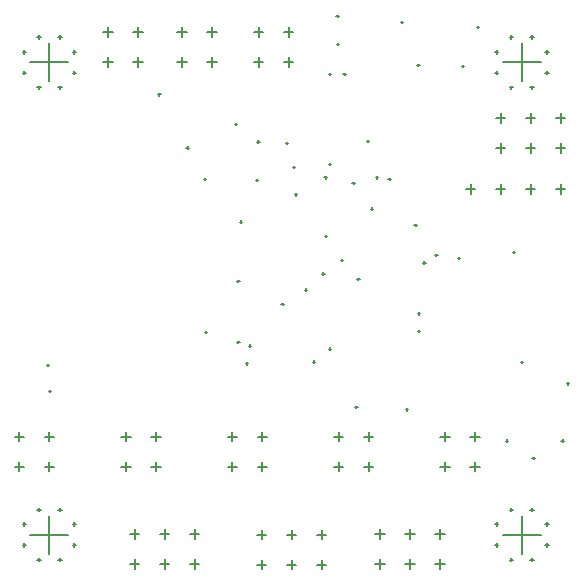
<source format=gbr>
%TF.GenerationSoftware,Altium Limited,Altium Designer,21.5.1 (32)*%
G04 Layer_Color=128*
%FSLAX45Y45*%
%MOMM*%
%TF.SameCoordinates,06A15EC1-A366-40CD-93CB-9F33A424241D*%
%TF.FilePolarity,Positive*%
%TF.FileFunction,Drillmap*%
%TF.Part,Single*%
G01*
G75*
%TA.AperFunction,NonConductor*%
%ADD55C,0.12700*%
D55*
X3056000Y5804000D02*
X3136000D01*
X3096000Y5764000D02*
Y5844000D01*
X3310000Y5804000D02*
X3390000D01*
X3350000Y5764000D02*
Y5844000D01*
X3310000Y5550000D02*
X3390000D01*
X3350000Y5510000D02*
Y5590000D01*
X3056000Y5550000D02*
X3136000D01*
X3096000Y5510000D02*
Y5590000D01*
X5909999Y2125000D02*
X5989999D01*
X5949999Y2085000D02*
Y2165000D01*
X5909999Y2379000D02*
X5989999D01*
X5949999Y2339000D02*
Y2419000D01*
X6163999Y2379000D02*
X6243999D01*
X6203999Y2339000D02*
Y2419000D01*
X6163999Y2125000D02*
X6243999D01*
X6203999Y2085000D02*
Y2165000D01*
X3681000Y5804000D02*
X3761000D01*
X3721000Y5764000D02*
Y5844000D01*
X3935000Y5804000D02*
X4015000D01*
X3975000Y5764000D02*
Y5844000D01*
X3935000Y5550000D02*
X4015000D01*
X3975000Y5510000D02*
Y5590000D01*
X3681000Y5550000D02*
X3761000D01*
X3721000Y5510000D02*
Y5590000D01*
X4331000Y5804000D02*
X4411000D01*
X4371000Y5764000D02*
Y5844000D01*
X4585000Y5804000D02*
X4665000D01*
X4625000Y5764000D02*
Y5844000D01*
X4585000Y5550000D02*
X4665000D01*
X4625000Y5510000D02*
Y5590000D01*
X4331000Y5550000D02*
X4411000D01*
X4371000Y5510000D02*
Y5590000D01*
X3209999Y2125000D02*
X3289999D01*
X3249999Y2085000D02*
Y2165000D01*
X3209999Y2379000D02*
X3289999D01*
X3249999Y2339000D02*
Y2419000D01*
X3463999Y2379000D02*
X3543999D01*
X3503999Y2339000D02*
Y2419000D01*
X3463999Y2125000D02*
X3543999D01*
X3503999Y2085000D02*
Y2165000D01*
X2306000Y2125000D02*
X2386000D01*
X2346000Y2085000D02*
Y2165000D01*
X2306000Y2379000D02*
X2386000D01*
X2346000Y2339000D02*
Y2419000D01*
X2560000Y2379000D02*
X2640000D01*
X2600000Y2339000D02*
Y2419000D01*
X2560000Y2125000D02*
X2640000D01*
X2600000Y2085000D02*
Y2165000D01*
X5009999Y2125000D02*
X5089999D01*
X5049999Y2085000D02*
Y2165000D01*
X5009999Y2379000D02*
X5089999D01*
X5049999Y2339000D02*
Y2419000D01*
X5263999Y2379000D02*
X5343999D01*
X5303999Y2339000D02*
Y2419000D01*
X5263999Y2125000D02*
X5343999D01*
X5303999Y2085000D02*
Y2165000D01*
X4109999Y2125000D02*
X4189999D01*
X4149999Y2085000D02*
Y2165000D01*
X4109999Y2379000D02*
X4189999D01*
X4149999Y2339000D02*
Y2419000D01*
X4363999Y2379000D02*
X4443999D01*
X4403999Y2339000D02*
Y2419000D01*
X4363999Y2125000D02*
X4443999D01*
X4403999Y2085000D02*
Y2165000D01*
X6635000Y5078999D02*
X6715000D01*
X6675000Y5038999D02*
Y5118999D01*
X6889000Y5078999D02*
X6969000D01*
X6929000Y5038999D02*
Y5118999D01*
X6889000Y4824999D02*
X6969000D01*
X6929000Y4784999D02*
Y4864999D01*
X6635000Y4824999D02*
X6715000D01*
X6675000Y4784999D02*
Y4864999D01*
X6381000Y5078999D02*
X6461000D01*
X6421000Y5038999D02*
Y5118999D01*
X6381000Y4824999D02*
X6461000D01*
X6421000Y4784999D02*
Y4864999D01*
X5614000Y1554000D02*
X5694000D01*
X5654000Y1514000D02*
Y1594000D01*
X5868000Y1554000D02*
X5948000D01*
X5908000Y1514000D02*
Y1594000D01*
X5868000Y1300000D02*
X5948000D01*
X5908000Y1260000D02*
Y1340000D01*
X5614000Y1300000D02*
X5694000D01*
X5654000Y1260000D02*
Y1340000D01*
X5360000Y1554000D02*
X5440000D01*
X5400000Y1514000D02*
Y1594000D01*
X5360000Y1300000D02*
X5440000D01*
X5400000Y1260000D02*
Y1340000D01*
X4610000Y1550000D02*
X4690000D01*
X4650000Y1510000D02*
Y1590000D01*
X4864000Y1550000D02*
X4944000D01*
X4904000Y1510000D02*
Y1590000D01*
X4864000Y1296000D02*
X4944000D01*
X4904000Y1256000D02*
Y1336000D01*
X4610000Y1296000D02*
X4690000D01*
X4650000Y1256000D02*
Y1336000D01*
X4356000Y1550000D02*
X4436000D01*
X4396000Y1510000D02*
Y1590000D01*
X4356000Y1296000D02*
X4436000D01*
X4396000Y1256000D02*
Y1336000D01*
X3535000Y1554000D02*
X3615000D01*
X3575000Y1514000D02*
Y1594000D01*
X3789000Y1554000D02*
X3869000D01*
X3829000Y1514000D02*
Y1594000D01*
X3789000Y1300000D02*
X3869000D01*
X3829000Y1260000D02*
Y1340000D01*
X3535000Y1300000D02*
X3615000D01*
X3575000Y1260000D02*
Y1340000D01*
X3281000Y1554000D02*
X3361000D01*
X3321000Y1514000D02*
Y1594000D01*
X3281000Y1300000D02*
X3361000D01*
X3321000Y1260000D02*
Y1340000D01*
X6889000Y4475000D02*
X6969000D01*
X6929000Y4435000D02*
Y4515000D01*
X6635000Y4475000D02*
X6715000D01*
X6675000Y4435000D02*
Y4515000D01*
X6381000Y4475000D02*
X6461000D01*
X6421000Y4435000D02*
Y4515000D01*
X6127000Y4475000D02*
X6207000D01*
X6167000Y4435000D02*
Y4515000D01*
X2440000Y1550000D02*
X2760000D01*
X2600000Y1390000D02*
Y1710000D01*
X6440000Y1550000D02*
X6760000D01*
X6600000Y1390000D02*
Y1710000D01*
X2440000Y5550000D02*
X2760000D01*
X2600000Y5390000D02*
Y5710000D01*
X6440000Y5550000D02*
X6760000D01*
X6600000Y5390000D02*
Y5710000D01*
X2593500Y2768600D02*
X2613500D01*
X2603500Y2758600D02*
Y2778600D01*
X2580800Y2984500D02*
X2600800D01*
X2590800Y2974500D02*
Y2994500D01*
X5578000Y5892800D02*
X5598000D01*
X5588000Y5882800D02*
Y5902800D01*
X5031900Y5702300D02*
X5051900D01*
X5041900Y5692300D02*
Y5712300D01*
X4600100Y4864100D02*
X4620100D01*
X4610100Y4854100D02*
Y4874100D01*
X4356300Y4876800D02*
X4381300D01*
X4368800Y4864300D02*
Y4889300D01*
X3759400Y4826000D02*
X3784400D01*
X3771900Y4813500D02*
Y4838500D01*
X4968400Y4686300D02*
X4988400D01*
X4978400Y4676300D02*
Y4696300D01*
X4168300Y5029200D02*
X4188300D01*
X4178300Y5019200D02*
Y5039200D01*
X5867560Y3919220D02*
X5887560D01*
X5877560Y3909220D02*
Y3929220D01*
X5030000Y5940000D02*
X5050000D01*
X5040000Y5930000D02*
Y5950000D01*
X4210000Y4200000D02*
X4230000D01*
X4220000Y4190000D02*
Y4210000D01*
X3910000Y4560000D02*
X3930000D01*
X3920000Y4550000D02*
Y4570000D01*
X4350000Y4550000D02*
X4370000D01*
X4360000Y4540000D02*
Y4560000D01*
X4190000Y3180000D02*
X4210000D01*
X4200000Y3170000D02*
Y3190000D01*
X4190000Y3700000D02*
X4210000D01*
X4200000Y3690000D02*
Y3710000D01*
X5690000Y4170000D02*
X5710000D01*
X5700000Y4160000D02*
Y4180000D01*
X5365000Y4575000D02*
X5385000D01*
X5375000Y4565000D02*
Y4585000D01*
X5470000Y4560000D02*
X5490000D01*
X5480000Y4550000D02*
Y4570000D01*
X5322501Y4310000D02*
X5342501D01*
X5332501Y4300000D02*
Y4320000D01*
X4680000Y4430000D02*
X4700000D01*
X4690000Y4420000D02*
Y4440000D01*
X6590000Y3010000D02*
X6610000D01*
X6600000Y3000000D02*
Y3020000D01*
X3517500Y5280000D02*
X3542500D01*
X3530000Y5267500D02*
Y5292500D01*
X4290000Y3150000D02*
X4310000D01*
X4300000Y3140000D02*
Y3160000D01*
X6980000Y2830000D02*
X7000000D01*
X6990000Y2820000D02*
Y2840000D01*
X6090000Y5520000D02*
X6110000D01*
X6100000Y5510000D02*
Y5530000D01*
X5290000Y4880000D02*
X5310000D01*
X5300000Y4870000D02*
Y4890000D01*
X4930000Y4080000D02*
X4950000D01*
X4940000Y4070000D02*
Y4090000D01*
X4910000Y3760000D02*
X4930000D01*
X4920000Y3750000D02*
Y3770000D01*
X6220000Y5850000D02*
X6240000D01*
X6230000Y5840000D02*
Y5860000D01*
X6060000Y3890000D02*
X6080000D01*
X6070000Y3880000D02*
Y3900000D01*
X5717100Y3272900D02*
X5737100D01*
X5727100Y3262900D02*
Y3282900D01*
X5717100Y3422900D02*
X5737100D01*
X5727100Y3412900D02*
Y3432900D01*
X6935500Y2345500D02*
X6955500D01*
X6945500Y2335500D02*
Y2355500D01*
X6465500Y2345500D02*
X6485500D01*
X6475500Y2335500D02*
Y2355500D01*
X6690000Y2200000D02*
X6710000D01*
X6700000Y2190000D02*
Y2210000D01*
X6525000Y3945000D02*
X6545000D01*
X6535000Y3935000D02*
Y3955000D01*
X5620000Y2610000D02*
X5640000D01*
X5630000Y2600000D02*
Y2620000D01*
X3915002Y3265002D02*
X3935002D01*
X3925002Y3255002D02*
Y3275002D01*
X4660000Y4664998D02*
X4680000D01*
X4670000Y4654998D02*
Y4674998D01*
X5190000Y2630000D02*
X5210000D01*
X5200000Y2620000D02*
Y2640000D01*
X4965000Y5450000D02*
X4985000D01*
X4975000Y5440000D02*
Y5460000D01*
X4965000Y3125000D02*
X4985000D01*
X4975000Y3115000D02*
Y3135000D01*
X4265000Y3000000D02*
X4285000D01*
X4275000Y2990000D02*
Y3010000D01*
X4832285Y3014414D02*
X4852285D01*
X4842285Y3004414D02*
Y3024414D01*
X5205868Y3715868D02*
X5225868D01*
X5215868Y3705868D02*
Y3725868D01*
X5765000Y3852900D02*
X5785000D01*
X5775000Y3842900D02*
Y3862900D01*
X5165001Y4524999D02*
X5185001D01*
X5175001Y4514999D02*
Y4534999D01*
X4927901Y4575000D02*
X4947901D01*
X4937901Y4565000D02*
Y4585000D01*
X4765000Y3625000D02*
X4785000D01*
X4775000Y3615000D02*
Y3635000D01*
X5065000Y3875000D02*
X5085000D01*
X5075000Y3865000D02*
Y3885000D01*
X5715000Y5525000D02*
X5735000D01*
X5725000Y5515000D02*
Y5535000D01*
X5090000Y5450000D02*
X5110000D01*
X5100000Y5440000D02*
Y5460000D01*
X4565000Y3500000D02*
X4585000D01*
X4575000Y3490000D02*
Y3510000D01*
X2372508Y1461983D02*
X2402508D01*
X2387508Y1446983D02*
Y1476983D01*
X2673017Y1337508D02*
X2703017D01*
X2688017Y1322508D02*
Y1352508D01*
X2372508Y1638017D02*
X2402508D01*
X2387508Y1623017D02*
Y1653017D01*
X2496983Y1337508D02*
X2526983D01*
X2511983Y1322508D02*
Y1352508D01*
X2496983Y1762492D02*
X2526983D01*
X2511983Y1747492D02*
Y1777492D01*
X2797492Y1638017D02*
X2827492D01*
X2812492Y1623017D02*
Y1653017D01*
X2797492Y1461983D02*
X2827492D01*
X2812492Y1446983D02*
Y1476983D01*
X2673017Y1762492D02*
X2703017D01*
X2688017Y1747492D02*
Y1777492D01*
X6372508Y1461983D02*
X6402508D01*
X6387508Y1446983D02*
Y1476983D01*
X6673017Y1337508D02*
X6703017D01*
X6688017Y1322508D02*
Y1352508D01*
X6496983Y1337508D02*
X6526983D01*
X6511983Y1322508D02*
Y1352508D01*
X6797492Y1638017D02*
X6827492D01*
X6812492Y1623017D02*
Y1653017D01*
X6496983Y1762492D02*
X6526983D01*
X6511983Y1747492D02*
Y1777492D01*
X6797492Y1461983D02*
X6827492D01*
X6812492Y1446983D02*
Y1476983D01*
X6673017Y1762492D02*
X6703017D01*
X6688017Y1747492D02*
Y1777492D01*
X6372508Y1638017D02*
X6402508D01*
X6387508Y1623017D02*
Y1653017D01*
X2797492Y5638017D02*
X2827492D01*
X2812492Y5623017D02*
Y5653017D01*
X2372508Y5461983D02*
X2402508D01*
X2387508Y5446983D02*
Y5476983D01*
X2372508Y5638017D02*
X2402508D01*
X2387508Y5623017D02*
Y5653017D01*
X2496983Y5337507D02*
X2526983D01*
X2511983Y5322508D02*
Y5352507D01*
X2496983Y5762492D02*
X2526983D01*
X2511983Y5747492D02*
Y5777492D01*
X2673017Y5762492D02*
X2703017D01*
X2688017Y5747492D02*
Y5777492D01*
X2673017Y5337507D02*
X2703017D01*
X2688017Y5322508D02*
Y5352507D01*
X2797492Y5461983D02*
X2827492D01*
X2812492Y5446983D02*
Y5476983D01*
X6496983Y5337507D02*
X6526983D01*
X6511983Y5322508D02*
Y5352507D01*
X6372508Y5461983D02*
X6402508D01*
X6387508Y5446983D02*
Y5476983D01*
X6372508Y5638017D02*
X6402508D01*
X6387508Y5623017D02*
Y5653017D01*
X6496983Y5762492D02*
X6526983D01*
X6511983Y5747492D02*
Y5777492D01*
X6673017Y5762492D02*
X6703017D01*
X6688017Y5747492D02*
Y5777492D01*
X6797492Y5638017D02*
X6827492D01*
X6812492Y5623017D02*
Y5653017D01*
X6797492Y5461983D02*
X6827492D01*
X6812492Y5446983D02*
Y5476983D01*
X6673017Y5337507D02*
X6703017D01*
X6688017Y5322508D02*
Y5352507D01*
%TF.MD5,5dcdf9138de768bffbef62729993a090*%
M02*

</source>
